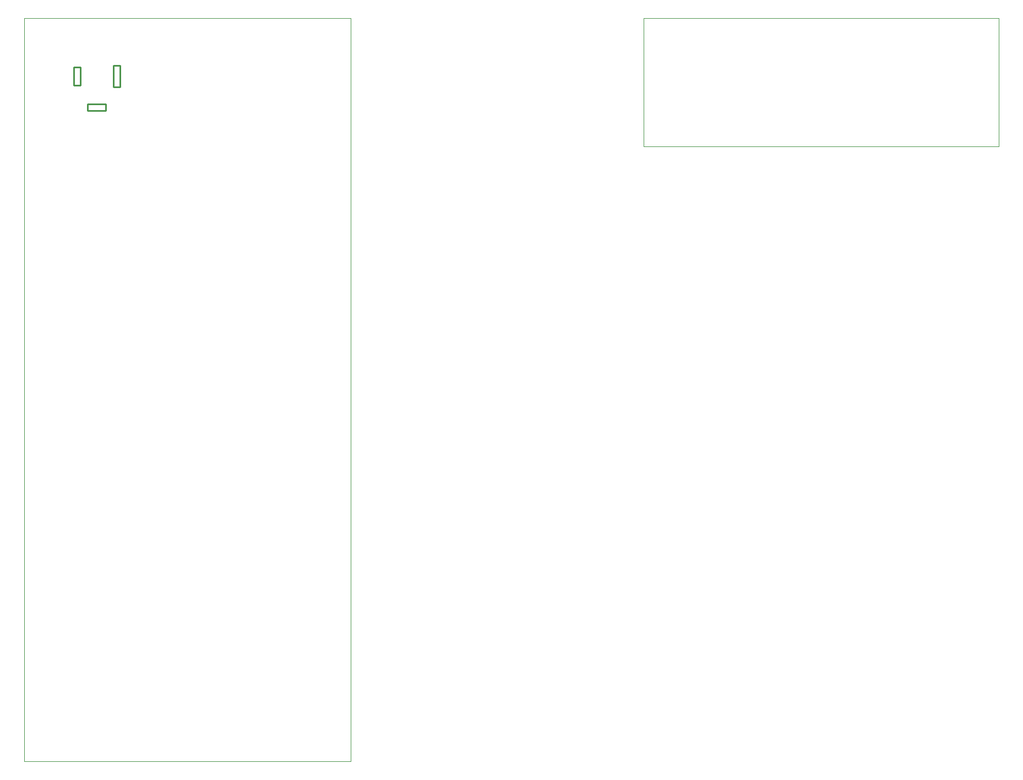
<source format=gbr>
G04 EAGLE Gerber RS-274X export*
G75*
%MOMM*%
%FSLAX34Y34*%
%LPD*%
%INRigid Profile*%
%IPPOS*%
%AMOC8*
5,1,8,0,0,1.08239X$1,22.5*%
G01*
%ADD10C,0.000000*%
%ADD11C,0.254000*%


D10*
X0Y0D02*
X0Y1143000D01*
X501650Y1143000D01*
X501650Y0D01*
X0Y0D01*
X952500Y946150D02*
X952500Y1143000D01*
X952500Y946150D02*
X1498600Y946150D01*
X1498600Y1143000D01*
X952500Y1143000D01*
D11*
X76125Y1040100D02*
X86125Y1040100D01*
X86125Y1068100D01*
X76125Y1068100D01*
X76125Y1040100D01*
X137125Y1037600D02*
X147125Y1037600D01*
X147125Y1070600D01*
X137125Y1070600D01*
X137125Y1037600D01*
X97125Y1001100D02*
X125125Y1001100D01*
X125125Y1011100D01*
X97125Y1011100D01*
X97125Y1001100D01*
M02*

</source>
